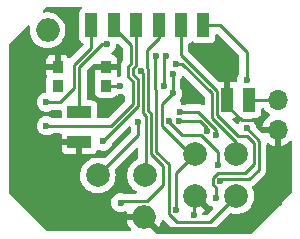
<source format=gbr>
%TF.GenerationSoftware,KiCad,Pcbnew,(6.0.9)*%
%TF.CreationDate,2024-03-30T18:12:03+01:00*%
%TF.ProjectId,HBW-IO-4-FM_Platine1,4842572d-494f-42d3-942d-464d5f506c61,rev?*%
%TF.SameCoordinates,Original*%
%TF.FileFunction,Copper,L2,Bot*%
%TF.FilePolarity,Positive*%
%FSLAX46Y46*%
G04 Gerber Fmt 4.6, Leading zero omitted, Abs format (unit mm)*
G04 Created by KiCad (PCBNEW (6.0.9)) date 2024-03-30 18:12:03*
%MOMM*%
%LPD*%
G01*
G04 APERTURE LIST*
%TA.AperFunction,ComponentPad*%
%ADD10O,2.000000X2.000000*%
%TD*%
%TA.AperFunction,ComponentPad*%
%ADD11O,1.700000X1.700000*%
%TD*%
%TA.AperFunction,SMDPad,CuDef*%
%ADD12R,2.000000X1.000000*%
%TD*%
%TA.AperFunction,SMDPad,CuDef*%
%ADD13R,0.900000X1.000000*%
%TD*%
%TA.AperFunction,SMDPad,CuDef*%
%ADD14R,1.000000X2.000000*%
%TD*%
%TA.AperFunction,SMDPad,CuDef*%
%ADD15C,2.000000*%
%TD*%
%TA.AperFunction,ViaPad*%
%ADD16C,0.600000*%
%TD*%
%TA.AperFunction,Conductor*%
%ADD17C,0.600000*%
%TD*%
%TA.AperFunction,Conductor*%
%ADD18C,0.250000*%
%TD*%
G04 APERTURE END LIST*
D10*
%TO.P,ST2,1,Pin_1*%
%TO.N,/GND*%
X132600000Y-100300000D03*
%TD*%
D11*
%TO.P,J1,1,Pin_1*%
%TO.N,/+24V*%
X143900000Y-90425000D03*
%TO.P,J1,2,Pin_2*%
%TO.N,/GND*%
X143900000Y-92965000D03*
%TD*%
D10*
%TO.P,ST1,1,Pin_1*%
%TO.N,/VCC*%
X124400000Y-84500000D03*
%TD*%
D12*
%TO.P,D1,1,K*%
%TO.N,/GND*%
X127100000Y-94000000D03*
%TO.P,D1,2,A*%
%TO.N,Net-(D1-Pad2)*%
X127100000Y-91460000D03*
%TD*%
D13*
%TO.P,SW1,1,1*%
%TO.N,/Button*%
X129350000Y-89200000D03*
X125250000Y-89200000D03*
%TO.P,SW1,2,2*%
%TO.N,/GND*%
X125250000Y-87600000D03*
X129350000Y-87600000D03*
%TD*%
D14*
%TO.P,ST10,1,Pin_1*%
%TO.N,/GND*%
X139600000Y-90400000D03*
%TD*%
%TO.P,ST3,1,Pin_1*%
%TO.N,Net-(C16-Pad1)*%
X137600000Y-84100000D03*
%TD*%
%TO.P,ST4,1,Pin_1*%
%TO.N,Net-(R4-Pad2)*%
X131900000Y-84100000D03*
%TD*%
%TO.P,ST5,1,Pin_1*%
%TO.N,Net-(R3-Pad2)*%
X130000000Y-84100000D03*
%TD*%
%TO.P,ST9,1,Pin_1*%
%TO.N,/+24V*%
X141500000Y-90400000D03*
%TD*%
D15*
%TO.P,ISP,1,Pin_1*%
%TO.N,/MOSI*%
X140400000Y-98550000D03*
%TO.P,ISP,2,Pin_2*%
%TO.N,/MISO*%
X140400000Y-95000000D03*
%TO.P,ISP,3,Pin_3*%
%TO.N,/GND*%
X136900000Y-98550000D03*
%TO.P,ISP,4,Pin_4*%
%TO.N,/VCC*%
X136900000Y-95000000D03*
%TO.P,ISP,5,Pin_5*%
%TO.N,/SCK*%
X132650000Y-96800000D03*
%TO.P,ISP,6,Pin_6*%
%TO.N,/RST*%
X128650000Y-96800000D03*
%TD*%
D14*
%TO.P,ST6,1,Pin_1*%
%TO.N,Net-(C14-Pad1)*%
X135700000Y-84100000D03*
%TD*%
%TO.P,ST7,1,Pin_1*%
%TO.N,Net-(R2-Pad2)*%
X128100000Y-84100000D03*
%TD*%
%TO.P,ST8,1,Pin_1*%
%TO.N,Net-(R5-Pad2)*%
X133800000Y-84100000D03*
%TD*%
D16*
%TO.N,/GND*%
X144000000Y-99100000D03*
X122100000Y-91400000D03*
X136800000Y-100150000D03*
X135950000Y-90600000D03*
X123300000Y-97000000D03*
X122100000Y-95300000D03*
X135950000Y-89000000D03*
X130600000Y-90150000D03*
X122100000Y-87200000D03*
X122100000Y-93400000D03*
X122100000Y-89300000D03*
%TO.N,/VCC*%
X135300000Y-99700000D03*
X135000000Y-88200000D03*
X135000000Y-89850000D03*
%TO.N,Net-(C14-Pad1)*%
X138700000Y-98700000D03*
%TO.N,Net-(C16-Pad1)*%
X139000000Y-97300000D03*
X141269619Y-92825807D03*
X141250000Y-88700000D03*
%TO.N,Net-(D1-Pad2)*%
X129400000Y-85700000D03*
%TO.N,/Button*%
X134250000Y-89200000D03*
X134450000Y-86700000D03*
X130549502Y-89250000D03*
%TO.N,/RST*%
X135600000Y-91400000D03*
X132100000Y-92250000D03*
X138700000Y-93400000D03*
%TO.N,/RXD*%
X134700000Y-92200000D03*
X138800000Y-95950000D03*
%TO.N,/TXD*%
X137909266Y-93015236D03*
X135500000Y-92200000D03*
%TO.N,Net-(R2-Pad2)*%
X124300000Y-90600000D03*
%TO.N,Net-(R3-Pad2)*%
X124300000Y-92600000D03*
%TO.N,Net-(R4-Pad2)*%
X129100000Y-93900000D03*
%TO.N,Net-(R5-Pad2)*%
X130600000Y-99100000D03*
%TO.N,/MOSI*%
X133550000Y-86700000D03*
%TO.N,/MISO*%
X135300000Y-87350000D03*
%TO.N,/SCK*%
X132300000Y-88000000D03*
%TD*%
D17*
%TO.N,/GND*%
X141580000Y-101400000D02*
X143700000Y-99280000D01*
X133700000Y-101400000D02*
X141580000Y-101400000D01*
X132600000Y-100300000D02*
X133700000Y-101400000D01*
D18*
X143700000Y-99100000D02*
X144000000Y-99100000D01*
%TO.N,/MOSI*%
X138175000Y-100775000D02*
X140400000Y-98550000D01*
X134675000Y-100075000D02*
X135375000Y-100775000D01*
X134675000Y-95838604D02*
X134675000Y-100075000D01*
X135375000Y-100775000D02*
X138175000Y-100775000D01*
X133625000Y-94788604D02*
X134675000Y-95838604D01*
X133525000Y-89450000D02*
X133625000Y-89550000D01*
X133525000Y-86725000D02*
X133525000Y-89450000D01*
X133550000Y-86700000D02*
X133525000Y-86725000D01*
X133625000Y-89550000D02*
X133625000Y-94788604D01*
%TO.N,Net-(R5-Pad2)*%
X133850000Y-85200000D02*
X133850000Y-84150000D01*
X132850000Y-86200000D02*
X133850000Y-85200000D01*
X132850000Y-87666116D02*
X132850000Y-86200000D01*
X132950000Y-87766116D02*
X132850000Y-87666116D01*
X132950000Y-91329720D02*
X132950000Y-87766116D01*
X133175000Y-94975000D02*
X133175000Y-91554720D01*
X132825000Y-98975000D02*
X134210000Y-97590000D01*
X130725000Y-98975000D02*
X132825000Y-98975000D01*
X134210000Y-97590000D02*
X134210000Y-96010000D01*
X134210000Y-96010000D02*
X133175000Y-94975000D01*
X133175000Y-91554720D02*
X132950000Y-91329720D01*
X130600000Y-99100000D02*
X130725000Y-98975000D01*
%TO.N,Net-(C14-Pad1)*%
X138650000Y-98650000D02*
X138700000Y-98700000D01*
X138375000Y-97558884D02*
X138650000Y-97833884D01*
X138375000Y-97041116D02*
X138375000Y-97558884D01*
X141100000Y-96600000D02*
X138816116Y-96600000D01*
X141850000Y-94050000D02*
X141850000Y-95850000D01*
X138816116Y-96600000D02*
X138375000Y-97041116D01*
X141250000Y-93450000D02*
X141850000Y-94050000D01*
X140500000Y-93450000D02*
X141250000Y-93450000D01*
X141850000Y-95850000D02*
X141100000Y-96600000D01*
X138775000Y-91725000D02*
X140500000Y-93450000D01*
X135700000Y-86600000D02*
X138775000Y-89675000D01*
X138650000Y-97833884D02*
X138650000Y-98650000D01*
X138775000Y-89675000D02*
X138775000Y-91725000D01*
X135700000Y-84100000D02*
X135700000Y-86600000D01*
%TO.N,/GND*%
X136800000Y-100150000D02*
X136800000Y-98650000D01*
X142665000Y-92965000D02*
X143900000Y-92965000D01*
X139600000Y-90900000D02*
X140850000Y-92150000D01*
X141850000Y-92150000D02*
X142665000Y-92965000D01*
X140850000Y-92150000D02*
X141850000Y-92150000D01*
%TO.N,/VCC*%
X135300000Y-96600000D02*
X136900000Y-95000000D01*
X134075000Y-90775000D02*
X134075000Y-92575000D01*
X135000000Y-89850000D02*
X134075000Y-90775000D01*
X135000000Y-89850000D02*
X135000000Y-88200000D01*
X134075000Y-92575000D02*
X136500000Y-95000000D01*
X135300000Y-99700000D02*
X135300000Y-96600000D01*
%TO.N,Net-(C16-Pad1)*%
X139000000Y-84100000D02*
X137600000Y-84100000D01*
X141250000Y-88700000D02*
X141250000Y-86350000D01*
X142300000Y-96300000D02*
X142300000Y-93856188D01*
X142300000Y-93856188D02*
X141269619Y-92825807D01*
X139200000Y-97100000D02*
X141500000Y-97100000D01*
X141500000Y-97100000D02*
X142300000Y-96300000D01*
X141250000Y-86350000D02*
X139000000Y-84100000D01*
X139000000Y-97300000D02*
X139200000Y-97100000D01*
%TO.N,Net-(D1-Pad2)*%
X129400000Y-85700000D02*
X129036396Y-85700000D01*
X127100000Y-87636396D02*
X127100000Y-91460000D01*
X129036396Y-85700000D02*
X127100000Y-87636396D01*
%TO.N,/Button*%
X129350000Y-89200000D02*
X130499502Y-89200000D01*
X134450000Y-86700000D02*
X134225000Y-86925000D01*
X134225000Y-89175000D02*
X134250000Y-89200000D01*
X130499502Y-89200000D02*
X130549502Y-89250000D01*
X134225000Y-86925000D02*
X134225000Y-89175000D01*
%TO.N,/RST*%
X132100000Y-93350000D02*
X128650000Y-96800000D01*
X132100000Y-92250000D02*
X132100000Y-93350000D01*
X137177208Y-91400000D02*
X135600000Y-91400000D01*
X138700000Y-92922792D02*
X137177208Y-91400000D01*
X138700000Y-93400000D02*
X138700000Y-92922792D01*
%TO.N,/RXD*%
X135816116Y-93400000D02*
X134700000Y-92283884D01*
X134700000Y-92283884D02*
X134700000Y-92200000D01*
X137410146Y-93400000D02*
X135816116Y-93400000D01*
X138800000Y-95950000D02*
X138800000Y-94789854D01*
X138800000Y-94789854D02*
X137410146Y-93400000D01*
%TO.N,/TXD*%
X137909266Y-93015236D02*
X137909266Y-92809266D01*
X137300000Y-92200000D02*
X135500000Y-92200000D01*
X137909266Y-92809266D02*
X137300000Y-92200000D01*
%TO.N,Net-(R2-Pad2)*%
X124300000Y-90600000D02*
X125450000Y-90600000D01*
X125450000Y-90600000D02*
X126650000Y-89400000D01*
X126650000Y-89400000D02*
X126650000Y-87450000D01*
X128100000Y-86000000D02*
X128100000Y-84100000D01*
X126650000Y-87450000D02*
X128100000Y-86000000D01*
%TO.N,Net-(R3-Pad2)*%
X131225000Y-88445280D02*
X131225000Y-87554720D01*
X131225000Y-87554720D02*
X131450000Y-87329720D01*
X131450000Y-85800000D02*
X130000000Y-84350000D01*
X131450000Y-87329720D02*
X131450000Y-85800000D01*
X131600000Y-90750000D02*
X131600000Y-88820280D01*
X131600000Y-88820280D02*
X131225000Y-88445280D01*
X124300000Y-92600000D02*
X129750000Y-92600000D01*
X129750000Y-92600000D02*
X131600000Y-90750000D01*
%TO.N,Net-(R4-Pad2)*%
X131675000Y-87741116D02*
X131675000Y-88258884D01*
X132050000Y-88633884D02*
X132050000Y-90950000D01*
X131675000Y-88258884D02*
X132050000Y-88633884D01*
X131900000Y-87516116D02*
X131675000Y-87741116D01*
X132050000Y-90950000D02*
X129100000Y-93900000D01*
X131900000Y-84100000D02*
X131900000Y-87516116D01*
%TO.N,/+24V*%
X143900000Y-90425000D02*
X141525000Y-90425000D01*
%TO.N,/MISO*%
X138325000Y-91911396D02*
X140400000Y-93986396D01*
X135300000Y-87350000D02*
X135813604Y-87350000D01*
X140400000Y-93986396D02*
X140400000Y-95000000D01*
X138325000Y-89861396D02*
X138325000Y-91911396D01*
X135813604Y-87350000D02*
X138325000Y-89861396D01*
%TO.N,/SCK*%
X132500000Y-88200000D02*
X132500000Y-91516116D01*
X132500000Y-91516116D02*
X132725000Y-91741116D01*
X132725000Y-91741116D02*
X132725000Y-96725000D01*
X132300000Y-88000000D02*
X132500000Y-88200000D01*
%TD*%
%TA.AperFunction,Conductor*%
%TO.N,/GND*%
G36*
X127231180Y-82528502D02*
G01*
X127277673Y-82582158D01*
X127287777Y-82652432D01*
X127258283Y-82717012D01*
X127249995Y-82724734D01*
X127250269Y-82725008D01*
X127243919Y-82731358D01*
X127236739Y-82736739D01*
X127149385Y-82853295D01*
X127098255Y-82989684D01*
X127091500Y-83051866D01*
X127091500Y-85148134D01*
X127098255Y-85210316D01*
X127149385Y-85346705D01*
X127236739Y-85463261D01*
X127353295Y-85550615D01*
X127361703Y-85553767D01*
X127361707Y-85553769D01*
X127384731Y-85562401D01*
X127441495Y-85605043D01*
X127466194Y-85671605D01*
X127466500Y-85680382D01*
X127466500Y-85685406D01*
X127446498Y-85753527D01*
X127429595Y-85774501D01*
X126338780Y-86865315D01*
X126276468Y-86899341D01*
X126205652Y-86894276D01*
X126148859Y-86851785D01*
X126068286Y-86744277D01*
X126055724Y-86731715D01*
X125953649Y-86655214D01*
X125938054Y-86646676D01*
X125817606Y-86601522D01*
X125802351Y-86597895D01*
X125751486Y-86592369D01*
X125744672Y-86592000D01*
X125522115Y-86592000D01*
X125506876Y-86596475D01*
X125505671Y-86597865D01*
X125504000Y-86605548D01*
X125504000Y-87728000D01*
X125483998Y-87796121D01*
X125430342Y-87842614D01*
X125378000Y-87854000D01*
X124310116Y-87854000D01*
X124294877Y-87858475D01*
X124293672Y-87859865D01*
X124292001Y-87867548D01*
X124292001Y-88144669D01*
X124292371Y-88151490D01*
X124297895Y-88202352D01*
X124301521Y-88217604D01*
X124346679Y-88338061D01*
X124347174Y-88338966D01*
X124347393Y-88339966D01*
X124349828Y-88346462D01*
X124348890Y-88346814D01*
X124362343Y-88408323D01*
X124349162Y-88453212D01*
X124349385Y-88453295D01*
X124348244Y-88456337D01*
X124348242Y-88456344D01*
X124346236Y-88461696D01*
X124346234Y-88461699D01*
X124328620Y-88508685D01*
X124298255Y-88589684D01*
X124291500Y-88651866D01*
X124291500Y-89674443D01*
X124271498Y-89742564D01*
X124217842Y-89789057D01*
X124178671Y-89799753D01*
X124159953Y-89801721D01*
X124125288Y-89805364D01*
X123953579Y-89863818D01*
X123947575Y-89867512D01*
X123805095Y-89955166D01*
X123805092Y-89955168D01*
X123799088Y-89958862D01*
X123794053Y-89963793D01*
X123794050Y-89963795D01*
X123674525Y-90080843D01*
X123669493Y-90085771D01*
X123571235Y-90238238D01*
X123509197Y-90408685D01*
X123486463Y-90588640D01*
X123504163Y-90769160D01*
X123561418Y-90941273D01*
X123565065Y-90947295D01*
X123565066Y-90947297D01*
X123645703Y-91080445D01*
X123655380Y-91096424D01*
X123660269Y-91101487D01*
X123660270Y-91101488D01*
X123737121Y-91181068D01*
X123781382Y-91226902D01*
X123933159Y-91326222D01*
X123939763Y-91328678D01*
X123939765Y-91328679D01*
X124096558Y-91386990D01*
X124096560Y-91386990D01*
X124103168Y-91389448D01*
X124174291Y-91398938D01*
X124275980Y-91412507D01*
X124275984Y-91412507D01*
X124282961Y-91413438D01*
X124289972Y-91412800D01*
X124289976Y-91412800D01*
X124432459Y-91399832D01*
X124463600Y-91396998D01*
X124470302Y-91394820D01*
X124470304Y-91394820D01*
X124629409Y-91343124D01*
X124629412Y-91343123D01*
X124636108Y-91340947D01*
X124786540Y-91251271D01*
X124851058Y-91233500D01*
X125371233Y-91233500D01*
X125382416Y-91234027D01*
X125389909Y-91235702D01*
X125397835Y-91235453D01*
X125397836Y-91235453D01*
X125457986Y-91233562D01*
X125461945Y-91233500D01*
X125465500Y-91233500D01*
X125533621Y-91253502D01*
X125580114Y-91307158D01*
X125591500Y-91359500D01*
X125591500Y-91840500D01*
X125571498Y-91908621D01*
X125517842Y-91955114D01*
X125465500Y-91966500D01*
X124847338Y-91966500D01*
X124779824Y-91946885D01*
X124718117Y-91907725D01*
X124656666Y-91868727D01*
X124613409Y-91853324D01*
X124492425Y-91810243D01*
X124492420Y-91810242D01*
X124485790Y-91807881D01*
X124478802Y-91807048D01*
X124478799Y-91807047D01*
X124355698Y-91792368D01*
X124305680Y-91786404D01*
X124298677Y-91787140D01*
X124298676Y-91787140D01*
X124132288Y-91804628D01*
X124132286Y-91804629D01*
X124125288Y-91805364D01*
X123953579Y-91863818D01*
X123897239Y-91898479D01*
X123805095Y-91955166D01*
X123805092Y-91955168D01*
X123799088Y-91958862D01*
X123794053Y-91963793D01*
X123794050Y-91963795D01*
X123686763Y-92068859D01*
X123669493Y-92085771D01*
X123571235Y-92238238D01*
X123568826Y-92244858D01*
X123568824Y-92244861D01*
X123511606Y-92402066D01*
X123509197Y-92408685D01*
X123486463Y-92588640D01*
X123504163Y-92769160D01*
X123561418Y-92941273D01*
X123565065Y-92947295D01*
X123565066Y-92947297D01*
X123650034Y-93087596D01*
X123655380Y-93096424D01*
X123781382Y-93226902D01*
X123933159Y-93326222D01*
X123939763Y-93328678D01*
X123939765Y-93328679D01*
X124096558Y-93386990D01*
X124096560Y-93386990D01*
X124103168Y-93389448D01*
X124186995Y-93400633D01*
X124275980Y-93412507D01*
X124275984Y-93412507D01*
X124282961Y-93413438D01*
X124289972Y-93412800D01*
X124289976Y-93412800D01*
X124432459Y-93399832D01*
X124463600Y-93396998D01*
X124470302Y-93394820D01*
X124470304Y-93394820D01*
X124629409Y-93343124D01*
X124629412Y-93343123D01*
X124636108Y-93340947D01*
X124786540Y-93251271D01*
X124851058Y-93233500D01*
X125477452Y-93233500D01*
X125545573Y-93253502D01*
X125592066Y-93307158D01*
X125602170Y-93377432D01*
X125600035Y-93388645D01*
X125597895Y-93397646D01*
X125592369Y-93448514D01*
X125592000Y-93455328D01*
X125592000Y-93727885D01*
X125596475Y-93743124D01*
X125597865Y-93744329D01*
X125605548Y-93746000D01*
X127228000Y-93746000D01*
X127296121Y-93766002D01*
X127342614Y-93819658D01*
X127354000Y-93872000D01*
X127354000Y-94989884D01*
X127358475Y-95005123D01*
X127359865Y-95006328D01*
X127367548Y-95007999D01*
X128144669Y-95007999D01*
X128151490Y-95007629D01*
X128202352Y-95002105D01*
X128217604Y-94998479D01*
X128338054Y-94953324D01*
X128353649Y-94944786D01*
X128455724Y-94868285D01*
X128468285Y-94855724D01*
X128544786Y-94753649D01*
X128553324Y-94738054D01*
X128568146Y-94698517D01*
X128610788Y-94641753D01*
X128677350Y-94617053D01*
X128732436Y-94628167D01*
X128733159Y-94626222D01*
X128896558Y-94686990D01*
X128896560Y-94686990D01*
X128903168Y-94689448D01*
X128971136Y-94698517D01*
X129075980Y-94712507D01*
X129075984Y-94712507D01*
X129082961Y-94713438D01*
X129089972Y-94712800D01*
X129089976Y-94712800D01*
X129232459Y-94699832D01*
X129263600Y-94696998D01*
X129270302Y-94694820D01*
X129270304Y-94694820D01*
X129429409Y-94643124D01*
X129429412Y-94643123D01*
X129436108Y-94640947D01*
X129591912Y-94548069D01*
X129723266Y-94422982D01*
X129823643Y-94271902D01*
X129888055Y-94102338D01*
X129890641Y-94083942D01*
X129897639Y-94034145D01*
X129926927Y-93969471D01*
X129933318Y-93962586D01*
X131226371Y-92669534D01*
X131288683Y-92635508D01*
X131359499Y-92640573D01*
X131416334Y-92683120D01*
X131423242Y-92693358D01*
X131448276Y-92734694D01*
X131466500Y-92799965D01*
X131466500Y-93035406D01*
X131446498Y-93103527D01*
X131429595Y-93124501D01*
X129228459Y-95325636D01*
X129166147Y-95359662D01*
X129109951Y-95359060D01*
X129057104Y-95346373D01*
X128891524Y-95306620D01*
X128891518Y-95306619D01*
X128886711Y-95305465D01*
X128650000Y-95286835D01*
X128413289Y-95305465D01*
X128408482Y-95306619D01*
X128408476Y-95306620D01*
X128262609Y-95341640D01*
X128182406Y-95360895D01*
X128177835Y-95362788D01*
X128177833Y-95362789D01*
X127967611Y-95449865D01*
X127967607Y-95449867D01*
X127963037Y-95451760D01*
X127958817Y-95454346D01*
X127764798Y-95573241D01*
X127764792Y-95573245D01*
X127760584Y-95575824D01*
X127580031Y-95730031D01*
X127425824Y-95910584D01*
X127423245Y-95914792D01*
X127423241Y-95914798D01*
X127347055Y-96039122D01*
X127301760Y-96113037D01*
X127299867Y-96117607D01*
X127299865Y-96117611D01*
X127230701Y-96284590D01*
X127210895Y-96332406D01*
X127195722Y-96395607D01*
X127157481Y-96554893D01*
X127155465Y-96563289D01*
X127136835Y-96800000D01*
X127155465Y-97036711D01*
X127156619Y-97041518D01*
X127156620Y-97041524D01*
X127182341Y-97148659D01*
X127210895Y-97267594D01*
X127301760Y-97486963D01*
X127304346Y-97491183D01*
X127423241Y-97685202D01*
X127423245Y-97685208D01*
X127425824Y-97689416D01*
X127449965Y-97717681D01*
X127574111Y-97863037D01*
X127580031Y-97869969D01*
X127760584Y-98024176D01*
X127764792Y-98026755D01*
X127764798Y-98026759D01*
X127878259Y-98096288D01*
X127963037Y-98148240D01*
X127967607Y-98150133D01*
X127967611Y-98150135D01*
X128177833Y-98237211D01*
X128182406Y-98239105D01*
X128231636Y-98250924D01*
X128408476Y-98293380D01*
X128408482Y-98293381D01*
X128413289Y-98294535D01*
X128650000Y-98313165D01*
X128886711Y-98294535D01*
X128891518Y-98293381D01*
X128891524Y-98293380D01*
X129068364Y-98250924D01*
X129117594Y-98239105D01*
X129122167Y-98237211D01*
X129332389Y-98150135D01*
X129332393Y-98150133D01*
X129336963Y-98148240D01*
X129421741Y-98096288D01*
X129535202Y-98026759D01*
X129535208Y-98026755D01*
X129539416Y-98024176D01*
X129719969Y-97869969D01*
X129725890Y-97863037D01*
X129850035Y-97717681D01*
X129874176Y-97689416D01*
X129876755Y-97685208D01*
X129876759Y-97685202D01*
X129995654Y-97491183D01*
X129998240Y-97486963D01*
X130089105Y-97267594D01*
X130117659Y-97148659D01*
X130143380Y-97041524D01*
X130143381Y-97041518D01*
X130144535Y-97036711D01*
X130163165Y-96800000D01*
X130144535Y-96563289D01*
X130142520Y-96554893D01*
X130090940Y-96340049D01*
X130094487Y-96269141D01*
X130124364Y-96221540D01*
X131876405Y-94469500D01*
X131938717Y-94435474D01*
X132009533Y-94440539D01*
X132066368Y-94483086D01*
X132091179Y-94549606D01*
X132091500Y-94558595D01*
X132091500Y-95314358D01*
X132071498Y-95382479D01*
X132013719Y-95430767D01*
X131963037Y-95451760D01*
X131958817Y-95454346D01*
X131764798Y-95573241D01*
X131764792Y-95573245D01*
X131760584Y-95575824D01*
X131580031Y-95730031D01*
X131425824Y-95910584D01*
X131423245Y-95914792D01*
X131423241Y-95914798D01*
X131347055Y-96039122D01*
X131301760Y-96113037D01*
X131299867Y-96117607D01*
X131299865Y-96117611D01*
X131230701Y-96284590D01*
X131210895Y-96332406D01*
X131195722Y-96395607D01*
X131157481Y-96554893D01*
X131155465Y-96563289D01*
X131136835Y-96800000D01*
X131155465Y-97036711D01*
X131156619Y-97041518D01*
X131156620Y-97041524D01*
X131182341Y-97148659D01*
X131210895Y-97267594D01*
X131301760Y-97486963D01*
X131304346Y-97491183D01*
X131423241Y-97685202D01*
X131423245Y-97685208D01*
X131425824Y-97689416D01*
X131449965Y-97717681D01*
X131574111Y-97863037D01*
X131580031Y-97869969D01*
X131760584Y-98024176D01*
X131764792Y-98026755D01*
X131764798Y-98026759D01*
X131897481Y-98108067D01*
X131945112Y-98160715D01*
X131956719Y-98230757D01*
X131928616Y-98295954D01*
X131869725Y-98335608D01*
X131831646Y-98341500D01*
X130901966Y-98341500D01*
X130859699Y-98334199D01*
X130792424Y-98310243D01*
X130792422Y-98310242D01*
X130785790Y-98307881D01*
X130778802Y-98307048D01*
X130778799Y-98307047D01*
X130655698Y-98292368D01*
X130605680Y-98286404D01*
X130598677Y-98287140D01*
X130598676Y-98287140D01*
X130432288Y-98304628D01*
X130432286Y-98304629D01*
X130425288Y-98305364D01*
X130253579Y-98363818D01*
X130247575Y-98367512D01*
X130105095Y-98455166D01*
X130105092Y-98455168D01*
X130099088Y-98458862D01*
X130094053Y-98463793D01*
X130094050Y-98463795D01*
X129997786Y-98558064D01*
X129969493Y-98585771D01*
X129871235Y-98738238D01*
X129868826Y-98744858D01*
X129868824Y-98744861D01*
X129815552Y-98891224D01*
X129809197Y-98908685D01*
X129786463Y-99088640D01*
X129804163Y-99269160D01*
X129861418Y-99441273D01*
X129865065Y-99447295D01*
X129865066Y-99447297D01*
X129933938Y-99561018D01*
X129955380Y-99596424D01*
X129960269Y-99601487D01*
X129960270Y-99601488D01*
X129974490Y-99616213D01*
X130081382Y-99726902D01*
X130233159Y-99826222D01*
X130239763Y-99828678D01*
X130239765Y-99828679D01*
X130396558Y-99886990D01*
X130396560Y-99886990D01*
X130403168Y-99889448D01*
X130483262Y-99900135D01*
X130575980Y-99912507D01*
X130575984Y-99912507D01*
X130582961Y-99913438D01*
X130589972Y-99912800D01*
X130589976Y-99912800D01*
X130732459Y-99899832D01*
X130763600Y-99896998D01*
X130770302Y-99894820D01*
X130770304Y-99894820D01*
X130929409Y-99843124D01*
X130929412Y-99843123D01*
X130936108Y-99840947D01*
X130942157Y-99837341D01*
X130948574Y-99834430D01*
X130949408Y-99836268D01*
X131008572Y-99821044D01*
X131075979Y-99843331D01*
X131120636Y-99898524D01*
X131128365Y-99969099D01*
X131126841Y-99976387D01*
X131114358Y-100028381D01*
X131115063Y-100042469D01*
X131123944Y-100046000D01*
X132728000Y-100046000D01*
X132796121Y-100066002D01*
X132842614Y-100119658D01*
X132854000Y-100172000D01*
X132854000Y-100428000D01*
X132833998Y-100496121D01*
X132780342Y-100542614D01*
X132728000Y-100554000D01*
X131128244Y-100554000D01*
X131114713Y-100557973D01*
X131113353Y-100567431D01*
X131160218Y-100762634D01*
X131163264Y-100772008D01*
X131250313Y-100982163D01*
X131254795Y-100990958D01*
X131373643Y-101184899D01*
X131379443Y-101192883D01*
X131456982Y-101283669D01*
X131486013Y-101348459D01*
X131475408Y-101418659D01*
X131428533Y-101471981D01*
X131361171Y-101491500D01*
X124362818Y-101491500D01*
X124294697Y-101471498D01*
X124273723Y-101454595D01*
X121145405Y-98326278D01*
X121111379Y-98263966D01*
X121108500Y-98237183D01*
X121108500Y-94544669D01*
X125592001Y-94544669D01*
X125592371Y-94551490D01*
X125597895Y-94602352D01*
X125601521Y-94617604D01*
X125646676Y-94738054D01*
X125655214Y-94753649D01*
X125731715Y-94855724D01*
X125744276Y-94868285D01*
X125846351Y-94944786D01*
X125861946Y-94953324D01*
X125982394Y-94998478D01*
X125997649Y-95002105D01*
X126048514Y-95007631D01*
X126055328Y-95008000D01*
X126827885Y-95008000D01*
X126843124Y-95003525D01*
X126844329Y-95002135D01*
X126846000Y-94994452D01*
X126846000Y-94272115D01*
X126841525Y-94256876D01*
X126840135Y-94255671D01*
X126832452Y-94254000D01*
X125610116Y-94254000D01*
X125594877Y-94258475D01*
X125593672Y-94259865D01*
X125592001Y-94267548D01*
X125592001Y-94544669D01*
X121108500Y-94544669D01*
X121108500Y-87327885D01*
X124292000Y-87327885D01*
X124296475Y-87343124D01*
X124297865Y-87344329D01*
X124305548Y-87346000D01*
X124977885Y-87346000D01*
X124993124Y-87341525D01*
X124994329Y-87340135D01*
X124996000Y-87332452D01*
X124996000Y-86610116D01*
X124991525Y-86594877D01*
X124990135Y-86593672D01*
X124982452Y-86592001D01*
X124755331Y-86592001D01*
X124748510Y-86592371D01*
X124697648Y-86597895D01*
X124682396Y-86601521D01*
X124561946Y-86646676D01*
X124546351Y-86655214D01*
X124444276Y-86731715D01*
X124431715Y-86744276D01*
X124355214Y-86846351D01*
X124346676Y-86861946D01*
X124301522Y-86982394D01*
X124297895Y-86997649D01*
X124292369Y-87048514D01*
X124292000Y-87055328D01*
X124292000Y-87327885D01*
X121108500Y-87327885D01*
X121108500Y-85762817D01*
X121128502Y-85694696D01*
X121145405Y-85673722D01*
X122700013Y-84119115D01*
X122762325Y-84085089D01*
X122833141Y-84090154D01*
X122889976Y-84132701D01*
X122914787Y-84199221D01*
X122911626Y-84237626D01*
X122906621Y-84258471D01*
X122906620Y-84258476D01*
X122905465Y-84263289D01*
X122886835Y-84500000D01*
X122905465Y-84736711D01*
X122906619Y-84741518D01*
X122906620Y-84741524D01*
X122930376Y-84840473D01*
X122960895Y-84967594D01*
X122962788Y-84972165D01*
X122962789Y-84972167D01*
X123043183Y-85166255D01*
X123051760Y-85186963D01*
X123054346Y-85191183D01*
X123173241Y-85385202D01*
X123173245Y-85385208D01*
X123175824Y-85389416D01*
X123330031Y-85569969D01*
X123510584Y-85724176D01*
X123514792Y-85726755D01*
X123514798Y-85726759D01*
X123708817Y-85845654D01*
X123713037Y-85848240D01*
X123717607Y-85850133D01*
X123717611Y-85850135D01*
X123908693Y-85929283D01*
X123932406Y-85939105D01*
X123954116Y-85944317D01*
X124158476Y-85993380D01*
X124158482Y-85993381D01*
X124163289Y-85994535D01*
X124400000Y-86013165D01*
X124636711Y-85994535D01*
X124641518Y-85993381D01*
X124641524Y-85993380D01*
X124845884Y-85944317D01*
X124867594Y-85939105D01*
X124891307Y-85929283D01*
X125082389Y-85850135D01*
X125082393Y-85850133D01*
X125086963Y-85848240D01*
X125091183Y-85845654D01*
X125285202Y-85726759D01*
X125285208Y-85726755D01*
X125289416Y-85724176D01*
X125469969Y-85569969D01*
X125624176Y-85389416D01*
X125626755Y-85385208D01*
X125626759Y-85385202D01*
X125745654Y-85191183D01*
X125748240Y-85186963D01*
X125756818Y-85166255D01*
X125837211Y-84972167D01*
X125837212Y-84972165D01*
X125839105Y-84967594D01*
X125869624Y-84840473D01*
X125893380Y-84741524D01*
X125893381Y-84741518D01*
X125894535Y-84736711D01*
X125913165Y-84500000D01*
X125894535Y-84263289D01*
X125893379Y-84258471D01*
X125840260Y-84037218D01*
X125839105Y-84032406D01*
X125748240Y-83813037D01*
X125678338Y-83698968D01*
X125626759Y-83614798D01*
X125626755Y-83614792D01*
X125624176Y-83610584D01*
X125469969Y-83430031D01*
X125289416Y-83275824D01*
X125285208Y-83273245D01*
X125285202Y-83273241D01*
X125091183Y-83154346D01*
X125086963Y-83151760D01*
X125082393Y-83149867D01*
X125082389Y-83149865D01*
X124872167Y-83062789D01*
X124872165Y-83062788D01*
X124867594Y-83060895D01*
X124787391Y-83041640D01*
X124641524Y-83006620D01*
X124641518Y-83006619D01*
X124636711Y-83005465D01*
X124400000Y-82986835D01*
X124163289Y-83005465D01*
X124158471Y-83006622D01*
X124158469Y-83006622D01*
X124137623Y-83011626D01*
X124066715Y-83008078D01*
X124008982Y-82966758D01*
X123982753Y-82900784D01*
X123996356Y-82831103D01*
X124019114Y-82800013D01*
X124273724Y-82545404D01*
X124336036Y-82511379D01*
X124362819Y-82508500D01*
X127163059Y-82508500D01*
X127231180Y-82528502D01*
G37*
%TD.AperFunction*%
%TA.AperFunction,Conductor*%
G36*
X134238986Y-100549444D02*
G01*
X134281530Y-100577434D01*
X134871343Y-101167247D01*
X134878887Y-101175537D01*
X134883000Y-101182018D01*
X134888777Y-101187443D01*
X134932667Y-101228658D01*
X134935509Y-101231413D01*
X134955230Y-101251134D01*
X134958425Y-101253612D01*
X134967448Y-101261319D01*
X134980580Y-101273651D01*
X135016545Y-101334864D01*
X135013706Y-101405804D01*
X134972965Y-101463947D01*
X134907257Y-101490835D01*
X134894326Y-101491500D01*
X133838829Y-101491500D01*
X133770708Y-101471498D01*
X133724215Y-101417842D01*
X133714111Y-101347568D01*
X133743018Y-101283669D01*
X133820557Y-101192883D01*
X133826357Y-101184899D01*
X133945205Y-100990958D01*
X133949687Y-100982163D01*
X134036734Y-100772012D01*
X134039783Y-100762627D01*
X134069916Y-100637115D01*
X134105268Y-100575546D01*
X134168295Y-100542863D01*
X134238986Y-100549444D01*
G37*
%TD.AperFunction*%
%TA.AperFunction,Conductor*%
G36*
X142717012Y-91105963D02*
G01*
X142741933Y-91135352D01*
X142795188Y-91222256D01*
X142799987Y-91230088D01*
X142946250Y-91398938D01*
X143118126Y-91541632D01*
X143191955Y-91584774D01*
X143240679Y-91636412D01*
X143253750Y-91706195D01*
X143227019Y-91771967D01*
X143186562Y-91805327D01*
X143178457Y-91809546D01*
X143169738Y-91815036D01*
X142999433Y-91942905D01*
X142991726Y-91949748D01*
X142844590Y-92103717D01*
X142838104Y-92111727D01*
X142718098Y-92287649D01*
X142713000Y-92296623D01*
X142623338Y-92489783D01*
X142619775Y-92499470D01*
X142564389Y-92699183D01*
X142565912Y-92707607D01*
X142578292Y-92711000D01*
X144028000Y-92711000D01*
X144096121Y-92731002D01*
X144142614Y-92784658D01*
X144154000Y-92837000D01*
X144154000Y-94283517D01*
X144158064Y-94297359D01*
X144171478Y-94299393D01*
X144178184Y-94298534D01*
X144188262Y-94296392D01*
X144392255Y-94235191D01*
X144401842Y-94231433D01*
X144593095Y-94137739D01*
X144601945Y-94132464D01*
X144775328Y-94008792D01*
X144783200Y-94002139D01*
X144876560Y-93909103D01*
X144938931Y-93875186D01*
X145009738Y-93880374D01*
X145066499Y-93923020D01*
X145091194Y-93989583D01*
X145091500Y-93998353D01*
X145091500Y-98237182D01*
X145071498Y-98305303D01*
X145054595Y-98326277D01*
X141926278Y-101454595D01*
X141863966Y-101488621D01*
X141837183Y-101491500D01*
X138658594Y-101491500D01*
X138590473Y-101471498D01*
X138543980Y-101417842D01*
X138533876Y-101347568D01*
X138563370Y-101282988D01*
X138569499Y-101276405D01*
X138580683Y-101265221D01*
X138595717Y-101252380D01*
X138597432Y-101251134D01*
X138612107Y-101240472D01*
X138640298Y-101206395D01*
X138648288Y-101197616D01*
X139821540Y-100024364D01*
X139883852Y-99990338D01*
X139940049Y-99990940D01*
X140158476Y-100043380D01*
X140158482Y-100043381D01*
X140163289Y-100044535D01*
X140400000Y-100063165D01*
X140636711Y-100044535D01*
X140641518Y-100043381D01*
X140641524Y-100043380D01*
X140801145Y-100005058D01*
X140867594Y-99989105D01*
X140872167Y-99987211D01*
X141082389Y-99900135D01*
X141082393Y-99900133D01*
X141086963Y-99898240D01*
X141176904Y-99843124D01*
X141285202Y-99776759D01*
X141285208Y-99776755D01*
X141289416Y-99774176D01*
X141469969Y-99619969D01*
X141479765Y-99608500D01*
X141555568Y-99519745D01*
X141624176Y-99439416D01*
X141626755Y-99435208D01*
X141626759Y-99435202D01*
X141745654Y-99241183D01*
X141748240Y-99236963D01*
X141752294Y-99227177D01*
X141837211Y-99022167D01*
X141837212Y-99022165D01*
X141839105Y-99017594D01*
X141867369Y-98899865D01*
X141893380Y-98791524D01*
X141893381Y-98791518D01*
X141894535Y-98786711D01*
X141913165Y-98550000D01*
X141894535Y-98313289D01*
X141893178Y-98307633D01*
X141854289Y-98145654D01*
X141839105Y-98082406D01*
X141816553Y-98027960D01*
X141750134Y-97867609D01*
X141750133Y-97867607D01*
X141748240Y-97863037D01*
X141737803Y-97846005D01*
X141719266Y-97777472D01*
X141740724Y-97709796D01*
X141793760Y-97667121D01*
X141793301Y-97666287D01*
X141798020Y-97663693D01*
X141798855Y-97663021D01*
X141800239Y-97662473D01*
X141807617Y-97659552D01*
X141843387Y-97633564D01*
X141853307Y-97627048D01*
X141884535Y-97608580D01*
X141884538Y-97608578D01*
X141891362Y-97604542D01*
X141905683Y-97590221D01*
X141920717Y-97577380D01*
X141930694Y-97570131D01*
X141937107Y-97565472D01*
X141942158Y-97559367D01*
X141942163Y-97559362D01*
X141965299Y-97531396D01*
X141973287Y-97522618D01*
X142692253Y-96803652D01*
X142700539Y-96796112D01*
X142707018Y-96792000D01*
X142753644Y-96742348D01*
X142756398Y-96739507D01*
X142776135Y-96719770D01*
X142778615Y-96716573D01*
X142786320Y-96707551D01*
X142793346Y-96700069D01*
X142816586Y-96675321D01*
X142820405Y-96668375D01*
X142820407Y-96668372D01*
X142826348Y-96657566D01*
X142837199Y-96641047D01*
X142844758Y-96631301D01*
X142849614Y-96625041D01*
X142852759Y-96617772D01*
X142852762Y-96617768D01*
X142867174Y-96584463D01*
X142872391Y-96573813D01*
X142893695Y-96535060D01*
X142898733Y-96515437D01*
X142905137Y-96496734D01*
X142910033Y-96485420D01*
X142910033Y-96485419D01*
X142913181Y-96478145D01*
X142914420Y-96470322D01*
X142914423Y-96470312D01*
X142920099Y-96434476D01*
X142922505Y-96422856D01*
X142931528Y-96387711D01*
X142931528Y-96387710D01*
X142933500Y-96380030D01*
X142933500Y-96359776D01*
X142935051Y-96340065D01*
X142936980Y-96327886D01*
X142938220Y-96320057D01*
X142934059Y-96276038D01*
X142933500Y-96264181D01*
X142933500Y-94192730D01*
X142953502Y-94124609D01*
X143007158Y-94078116D01*
X143077432Y-94068012D01*
X143123070Y-94083942D01*
X143306756Y-94191279D01*
X143316042Y-94195729D01*
X143515001Y-94271703D01*
X143524899Y-94274579D01*
X143628250Y-94295606D01*
X143642299Y-94294410D01*
X143646000Y-94284065D01*
X143646000Y-93237115D01*
X143641525Y-93221876D01*
X143640135Y-93220671D01*
X143632452Y-93219000D01*
X142610907Y-93219000D01*
X142542786Y-93198998D01*
X142521811Y-93182095D01*
X142375123Y-93035406D01*
X142104039Y-92764322D01*
X142070014Y-92702010D01*
X142067920Y-92689272D01*
X142063801Y-92652552D01*
X142063016Y-92645552D01*
X142012145Y-92499470D01*
X142005683Y-92480913D01*
X142005681Y-92480910D01*
X142003364Y-92474255D01*
X141977730Y-92433231D01*
X141910978Y-92326405D01*
X141907245Y-92320431D01*
X141819739Y-92232312D01*
X141784397Y-92196722D01*
X141784393Y-92196719D01*
X141779434Y-92191725D01*
X141768316Y-92184669D01*
X141699323Y-92140885D01*
X141652524Y-92087496D01*
X141642019Y-92017281D01*
X141671143Y-91952533D01*
X141730649Y-91913809D01*
X141766837Y-91908500D01*
X142048134Y-91908500D01*
X142110316Y-91901745D01*
X142246705Y-91850615D01*
X142363261Y-91763261D01*
X142450615Y-91646705D01*
X142501745Y-91510316D01*
X142508500Y-91448134D01*
X142508500Y-91201187D01*
X142528502Y-91133066D01*
X142582158Y-91086573D01*
X142652432Y-91076469D01*
X142717012Y-91105963D01*
G37*
%TD.AperFunction*%
%TA.AperFunction,Conductor*%
G36*
X136944032Y-98250924D02*
G01*
X136989095Y-98279885D01*
X138120290Y-99411080D01*
X138132670Y-99417840D01*
X138149556Y-99405199D01*
X138216076Y-99380388D01*
X138285450Y-99395479D01*
X138294058Y-99400635D01*
X138322878Y-99419494D01*
X138333159Y-99426222D01*
X138364028Y-99437702D01*
X138420904Y-99480196D01*
X138445777Y-99546693D01*
X138430750Y-99616081D01*
X138409201Y-99644894D01*
X137949500Y-100104595D01*
X137887188Y-100138621D01*
X137860405Y-100141500D01*
X137631819Y-100141500D01*
X137563698Y-100121498D01*
X137517205Y-100067842D01*
X137507101Y-99997568D01*
X137536595Y-99932988D01*
X137578260Y-99902943D01*
X137577747Y-99901937D01*
X137590958Y-99895205D01*
X137758445Y-99792568D01*
X137767907Y-99782110D01*
X137764124Y-99773334D01*
X136629885Y-98639095D01*
X136595859Y-98576783D01*
X136600924Y-98505968D01*
X136629885Y-98460905D01*
X136810905Y-98279885D01*
X136873217Y-98245859D01*
X136944032Y-98250924D01*
G37*
%TD.AperFunction*%
%TA.AperFunction,Conductor*%
G36*
X140593675Y-91734500D02*
G01*
X140635171Y-91761168D01*
X140636739Y-91763261D01*
X140753295Y-91850615D01*
X140761704Y-91853767D01*
X140761705Y-91853768D01*
X140859173Y-91890307D01*
X140915938Y-91932948D01*
X140940638Y-91999510D01*
X140925431Y-92068859D01*
X140880967Y-92115606D01*
X140768707Y-92184669D01*
X140763672Y-92189600D01*
X140763669Y-92189602D01*
X140644144Y-92306650D01*
X140639112Y-92311578D01*
X140633407Y-92320431D01*
X140574142Y-92412392D01*
X140520427Y-92458816D01*
X140450141Y-92468831D01*
X140385597Y-92439255D01*
X140379136Y-92433231D01*
X140068485Y-92122580D01*
X140034459Y-92060268D01*
X140039524Y-91989453D01*
X140082071Y-91932617D01*
X140148155Y-91908616D01*
X140148088Y-91907999D01*
X140150606Y-91907725D01*
X140150759Y-91907670D01*
X140151474Y-91907631D01*
X140202352Y-91902105D01*
X140217604Y-91898479D01*
X140338054Y-91853324D01*
X140353649Y-91844786D01*
X140455724Y-91768285D01*
X140460548Y-91763461D01*
X140522860Y-91729435D01*
X140593675Y-91734500D01*
G37*
%TD.AperFunction*%
%TA.AperFunction,Conductor*%
G36*
X130424468Y-85670372D02*
G01*
X130779595Y-86025499D01*
X130813621Y-86087811D01*
X130816500Y-86114594D01*
X130816500Y-87014412D01*
X130796498Y-87082533D01*
X130782355Y-87100659D01*
X130771339Y-87112390D01*
X130768616Y-87115199D01*
X130748865Y-87134950D01*
X130746385Y-87138147D01*
X130738682Y-87147167D01*
X130708414Y-87179399D01*
X130704595Y-87186345D01*
X130704593Y-87186348D01*
X130698652Y-87197154D01*
X130687801Y-87213673D01*
X130675386Y-87229679D01*
X130672241Y-87236948D01*
X130672238Y-87236952D01*
X130657826Y-87270257D01*
X130652609Y-87280907D01*
X130631305Y-87319660D01*
X130629334Y-87327335D01*
X130629334Y-87327336D01*
X130626267Y-87339282D01*
X130619863Y-87357986D01*
X130611819Y-87376575D01*
X130610580Y-87384398D01*
X130610577Y-87384408D01*
X130604901Y-87420244D01*
X130602495Y-87431864D01*
X130591500Y-87474690D01*
X130591500Y-87494944D01*
X130589949Y-87514654D01*
X130586780Y-87534663D01*
X130587526Y-87542555D01*
X130590941Y-87578681D01*
X130591500Y-87590539D01*
X130591500Y-88319136D01*
X130571498Y-88387257D01*
X130517842Y-88433750D01*
X130478673Y-88444445D01*
X130405257Y-88452162D01*
X130335419Y-88439390D01*
X130283572Y-88390888D01*
X130266178Y-88322055D01*
X130274105Y-88282623D01*
X130298478Y-88217609D01*
X130302105Y-88202351D01*
X130307631Y-88151486D01*
X130308000Y-88144672D01*
X130308000Y-87872115D01*
X130303525Y-87856876D01*
X130302135Y-87855671D01*
X130294452Y-87854000D01*
X128410116Y-87854000D01*
X128394877Y-87858475D01*
X128393672Y-87859865D01*
X128392001Y-87867548D01*
X128392001Y-88144669D01*
X128392371Y-88151490D01*
X128397895Y-88202352D01*
X128401521Y-88217604D01*
X128446679Y-88338061D01*
X128447174Y-88338966D01*
X128447393Y-88339966D01*
X128449828Y-88346462D01*
X128448890Y-88346814D01*
X128462343Y-88408323D01*
X128449162Y-88453212D01*
X128449385Y-88453295D01*
X128448244Y-88456337D01*
X128448242Y-88456344D01*
X128446236Y-88461696D01*
X128446234Y-88461699D01*
X128428620Y-88508685D01*
X128398255Y-88589684D01*
X128391500Y-88651866D01*
X128391500Y-89748134D01*
X128398255Y-89810316D01*
X128449385Y-89946705D01*
X128536739Y-90063261D01*
X128653295Y-90150615D01*
X128789684Y-90201745D01*
X128851866Y-90208500D01*
X129848134Y-90208500D01*
X129910316Y-90201745D01*
X130046705Y-90150615D01*
X130163261Y-90063261D01*
X130168643Y-90056080D01*
X130173454Y-90051269D01*
X130235766Y-90017243D01*
X130306469Y-90022266D01*
X130346068Y-90036993D01*
X130346070Y-90036994D01*
X130352670Y-90039448D01*
X130359651Y-90040379D01*
X130359653Y-90040380D01*
X130525482Y-90062507D01*
X130525486Y-90062507D01*
X130532463Y-90063438D01*
X130539474Y-90062800D01*
X130539478Y-90062800D01*
X130681961Y-90049832D01*
X130713102Y-90046998D01*
X130719804Y-90044820D01*
X130719806Y-90044820D01*
X130801564Y-90018255D01*
X130872532Y-90016228D01*
X130933329Y-90052890D01*
X130964655Y-90116602D01*
X130966500Y-90138088D01*
X130966500Y-90435406D01*
X130946498Y-90503527D01*
X130929595Y-90524501D01*
X129524500Y-91929595D01*
X129462188Y-91963621D01*
X129435405Y-91966500D01*
X128734500Y-91966500D01*
X128666379Y-91946498D01*
X128619886Y-91892842D01*
X128608500Y-91840500D01*
X128608500Y-90911866D01*
X128601745Y-90849684D01*
X128550615Y-90713295D01*
X128463261Y-90596739D01*
X128346705Y-90509385D01*
X128210316Y-90458255D01*
X128148134Y-90451500D01*
X127859500Y-90451500D01*
X127791379Y-90431498D01*
X127744886Y-90377842D01*
X127733500Y-90325500D01*
X127733500Y-87950990D01*
X127753502Y-87882869D01*
X127770405Y-87861895D01*
X128258955Y-87373345D01*
X128321267Y-87339319D01*
X128374831Y-87339319D01*
X128405545Y-87346000D01*
X130289884Y-87346000D01*
X130305123Y-87341525D01*
X130306328Y-87340135D01*
X130307999Y-87332452D01*
X130307999Y-87055331D01*
X130307629Y-87048510D01*
X130302105Y-86997648D01*
X130298479Y-86982396D01*
X130253324Y-86861946D01*
X130244786Y-86846351D01*
X130168285Y-86744276D01*
X130155724Y-86731715D01*
X130053649Y-86655214D01*
X130038054Y-86646676D01*
X129917606Y-86601522D01*
X129897373Y-86596711D01*
X129835726Y-86561493D01*
X129802906Y-86498538D01*
X129809332Y-86427833D01*
X129852964Y-86371826D01*
X129861991Y-86365905D01*
X129891912Y-86348069D01*
X130023266Y-86222982D01*
X130123643Y-86071902D01*
X130173650Y-85940260D01*
X130185555Y-85908920D01*
X130185556Y-85908918D01*
X130188055Y-85902338D01*
X130190191Y-85887140D01*
X130210599Y-85741931D01*
X130239887Y-85677257D01*
X130299491Y-85638684D01*
X130370488Y-85638459D01*
X130424468Y-85670372D01*
G37*
%TD.AperFunction*%
%TA.AperFunction,Conductor*%
G36*
X135947831Y-88387048D02*
G01*
X135975874Y-88408174D01*
X137654595Y-90086895D01*
X137688621Y-90149207D01*
X137691500Y-90175990D01*
X137691500Y-90742561D01*
X137671498Y-90810682D01*
X137617842Y-90857175D01*
X137547568Y-90867279D01*
X137504472Y-90852110D01*
X137502249Y-90850386D01*
X137483529Y-90842285D01*
X137461671Y-90832826D01*
X137451021Y-90827609D01*
X137412268Y-90806305D01*
X137392645Y-90801267D01*
X137373942Y-90794863D01*
X137362628Y-90789967D01*
X137362627Y-90789967D01*
X137355353Y-90786819D01*
X137347530Y-90785580D01*
X137347520Y-90785577D01*
X137311684Y-90779901D01*
X137300064Y-90777495D01*
X137264919Y-90768472D01*
X137264918Y-90768472D01*
X137257238Y-90766500D01*
X137236984Y-90766500D01*
X137217273Y-90764949D01*
X137205094Y-90763020D01*
X137197265Y-90761780D01*
X137189373Y-90762526D01*
X137153247Y-90765941D01*
X137141389Y-90766500D01*
X136147338Y-90766500D01*
X136079824Y-90746885D01*
X136015571Y-90706109D01*
X135956666Y-90668727D01*
X135883332Y-90642614D01*
X135792425Y-90610243D01*
X135792420Y-90610242D01*
X135785790Y-90607881D01*
X135778804Y-90607048D01*
X135778800Y-90607047D01*
X135712689Y-90599164D01*
X135688013Y-90596222D01*
X135622741Y-90568295D01*
X135582928Y-90509511D01*
X135581216Y-90438536D01*
X135613904Y-90383464D01*
X135613635Y-90383238D01*
X135615014Y-90381594D01*
X135616043Y-90379861D01*
X135618163Y-90377842D01*
X135618165Y-90377840D01*
X135623266Y-90372982D01*
X135723643Y-90221902D01*
X135781862Y-90068642D01*
X135785555Y-90058920D01*
X135785556Y-90058918D01*
X135788055Y-90052338D01*
X135803460Y-89942727D01*
X135812748Y-89876639D01*
X135812748Y-89876636D01*
X135813299Y-89872717D01*
X135813616Y-89850000D01*
X135793397Y-89669745D01*
X135791080Y-89663091D01*
X135736064Y-89505106D01*
X135736062Y-89505103D01*
X135733745Y-89498448D01*
X135719035Y-89474907D01*
X135652646Y-89368661D01*
X135633500Y-89301892D01*
X135633500Y-88745620D01*
X135654552Y-88675893D01*
X135706609Y-88597540D01*
X135723643Y-88571902D01*
X135726146Y-88565314D01*
X135768991Y-88452525D01*
X135811880Y-88395947D01*
X135878549Y-88371538D01*
X135947831Y-88387048D01*
G37*
%TD.AperFunction*%
%TA.AperFunction,Conductor*%
G36*
X138817012Y-84813370D02*
G01*
X138823595Y-84819499D01*
X140579595Y-86575499D01*
X140613621Y-86637811D01*
X140616500Y-86664594D01*
X140616500Y-88153331D01*
X140596411Y-88221586D01*
X140525054Y-88332310D01*
X140525050Y-88332319D01*
X140521235Y-88338238D01*
X140518826Y-88344858D01*
X140518825Y-88344859D01*
X140465045Y-88492618D01*
X140459197Y-88508685D01*
X140436463Y-88688640D01*
X140440189Y-88726639D01*
X140446750Y-88793556D01*
X140433490Y-88863303D01*
X140384628Y-88914810D01*
X140315675Y-88931723D01*
X140277121Y-88923833D01*
X140217606Y-88901522D01*
X140202351Y-88897895D01*
X140151486Y-88892369D01*
X140144672Y-88892000D01*
X139872115Y-88892000D01*
X139856876Y-88896475D01*
X139855671Y-88897865D01*
X139854000Y-88905548D01*
X139854000Y-90528000D01*
X139833998Y-90596121D01*
X139780342Y-90642614D01*
X139728000Y-90654000D01*
X139534500Y-90654000D01*
X139466379Y-90633998D01*
X139419886Y-90580342D01*
X139408500Y-90528000D01*
X139408500Y-89753768D01*
X139409027Y-89742585D01*
X139410702Y-89735092D01*
X139408562Y-89667001D01*
X139408500Y-89663044D01*
X139408500Y-89635144D01*
X139407996Y-89631153D01*
X139407063Y-89619311D01*
X139405923Y-89583036D01*
X139405674Y-89575111D01*
X139403462Y-89567497D01*
X139403461Y-89567492D01*
X139400023Y-89555659D01*
X139396012Y-89536295D01*
X139394467Y-89524064D01*
X139393474Y-89516203D01*
X139390557Y-89508836D01*
X139390556Y-89508831D01*
X139377198Y-89475092D01*
X139373354Y-89463865D01*
X139363230Y-89429019D01*
X139363229Y-89429016D01*
X139361018Y-89421407D01*
X139356983Y-89414585D01*
X139356364Y-89413154D01*
X139346000Y-89363112D01*
X139346000Y-88910116D01*
X139341525Y-88894877D01*
X139340135Y-88893672D01*
X139332452Y-88892001D01*
X139055331Y-88892001D01*
X139048510Y-88892371D01*
X138997651Y-88897894D01*
X138982216Y-88901564D01*
X138911316Y-88897859D01*
X138863979Y-88868075D01*
X137723905Y-87728000D01*
X136370405Y-86374500D01*
X136336379Y-86312188D01*
X136333500Y-86285405D01*
X136333500Y-85680382D01*
X136353502Y-85612261D01*
X136407158Y-85565768D01*
X136415269Y-85562401D01*
X136438293Y-85553769D01*
X136438297Y-85553767D01*
X136446705Y-85550615D01*
X136563261Y-85463261D01*
X136564187Y-85462026D01*
X136623217Y-85429792D01*
X136694032Y-85434857D01*
X136735355Y-85461414D01*
X136736739Y-85463261D01*
X136853295Y-85550615D01*
X136989684Y-85601745D01*
X137051866Y-85608500D01*
X138148134Y-85608500D01*
X138210316Y-85601745D01*
X138346705Y-85550615D01*
X138463261Y-85463261D01*
X138550615Y-85346705D01*
X138601745Y-85210316D01*
X138608500Y-85148134D01*
X138608500Y-84908594D01*
X138628502Y-84840473D01*
X138682158Y-84793980D01*
X138752432Y-84783876D01*
X138817012Y-84813370D01*
G37*
%TD.AperFunction*%
%TD*%
M02*

</source>
